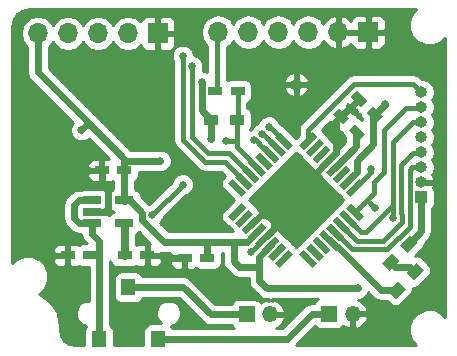
<source format=gtl>
G04 #@! TF.FileFunction,Copper,L1,Top,Signal*
%FSLAX46Y46*%
G04 Gerber Fmt 4.6, Leading zero omitted, Abs format (unit mm)*
G04 Created by KiCad (PCBNEW 4.0.4-stable) date Thursday, September 28, 2017 'AMt' 07:09:09 AM*
%MOMM*%
%LPD*%
G01*
G04 APERTURE LIST*
%ADD10C,0.100000*%
%ADD11R,1.000000X1.000000*%
%ADD12O,1.000000X1.000000*%
%ADD13R,1.700000X1.700000*%
%ADD14O,1.700000X1.700000*%
%ADD15R,1.200000X0.750000*%
%ADD16R,1.200000X0.900000*%
%ADD17R,1.200000X1.400000*%
%ADD18R,1.560000X0.650000*%
%ADD19R,1.350000X1.350000*%
%ADD20O,1.350000X1.350000*%
%ADD21C,0.650000*%
%ADD22C,0.600000*%
%ADD23C,0.400000*%
%ADD24C,0.406400*%
%ADD25C,0.635000*%
%ADD26C,0.250000*%
G04 APERTURE END LIST*
D10*
D11*
X175300000Y-112290000D03*
D12*
X175300000Y-111020000D03*
X175300000Y-109750000D03*
X175300000Y-108480000D03*
X175300000Y-107210000D03*
X175300000Y-105940000D03*
X175300000Y-104670000D03*
X175300000Y-103400000D03*
X164700000Y-102745000D03*
D13*
X153000000Y-98400000D03*
D14*
X150460000Y-98400000D03*
X147920000Y-98400000D03*
X145380000Y-98400000D03*
X142840000Y-98400000D03*
D13*
X170800000Y-98300000D03*
D14*
X168260000Y-98300000D03*
X165720000Y-98300000D03*
X163180000Y-98300000D03*
X160640000Y-98300000D03*
X158100000Y-98300000D03*
D10*
G36*
X159343666Y-114285445D02*
X158954757Y-113896536D01*
X160086128Y-112765165D01*
X160475037Y-113154074D01*
X159343666Y-114285445D01*
X159343666Y-114285445D01*
G37*
G36*
X159909352Y-114851130D02*
X159520443Y-114462221D01*
X160651814Y-113330850D01*
X161040723Y-113719759D01*
X159909352Y-114851130D01*
X159909352Y-114851130D01*
G37*
G36*
X160475037Y-115416816D02*
X160086128Y-115027907D01*
X161217499Y-113896536D01*
X161606408Y-114285445D01*
X160475037Y-115416816D01*
X160475037Y-115416816D01*
G37*
G36*
X161040722Y-115982501D02*
X160651813Y-115593592D01*
X161783184Y-114462221D01*
X162172093Y-114851130D01*
X161040722Y-115982501D01*
X161040722Y-115982501D01*
G37*
G36*
X161606408Y-116548187D02*
X161217499Y-116159278D01*
X162348870Y-115027907D01*
X162737779Y-115416816D01*
X161606408Y-116548187D01*
X161606408Y-116548187D01*
G37*
G36*
X162172093Y-117113872D02*
X161783184Y-116724963D01*
X162914555Y-115593592D01*
X163303464Y-115982501D01*
X162172093Y-117113872D01*
X162172093Y-117113872D01*
G37*
G36*
X162737779Y-117679557D02*
X162348870Y-117290648D01*
X163480241Y-116159277D01*
X163869150Y-116548186D01*
X162737779Y-117679557D01*
X162737779Y-117679557D01*
G37*
G36*
X163303464Y-118245243D02*
X162914555Y-117856334D01*
X164045926Y-116724963D01*
X164434835Y-117113872D01*
X163303464Y-118245243D01*
X163303464Y-118245243D01*
G37*
G36*
X166485445Y-117856334D02*
X166096536Y-118245243D01*
X164965165Y-117113872D01*
X165354074Y-116724963D01*
X166485445Y-117856334D01*
X166485445Y-117856334D01*
G37*
G36*
X167051130Y-117290648D02*
X166662221Y-117679557D01*
X165530850Y-116548186D01*
X165919759Y-116159277D01*
X167051130Y-117290648D01*
X167051130Y-117290648D01*
G37*
G36*
X167616816Y-116724963D02*
X167227907Y-117113872D01*
X166096536Y-115982501D01*
X166485445Y-115593592D01*
X167616816Y-116724963D01*
X167616816Y-116724963D01*
G37*
G36*
X168182501Y-116159278D02*
X167793592Y-116548187D01*
X166662221Y-115416816D01*
X167051130Y-115027907D01*
X168182501Y-116159278D01*
X168182501Y-116159278D01*
G37*
G36*
X168748187Y-115593592D02*
X168359278Y-115982501D01*
X167227907Y-114851130D01*
X167616816Y-114462221D01*
X168748187Y-115593592D01*
X168748187Y-115593592D01*
G37*
G36*
X169313872Y-115027907D02*
X168924963Y-115416816D01*
X167793592Y-114285445D01*
X168182501Y-113896536D01*
X169313872Y-115027907D01*
X169313872Y-115027907D01*
G37*
G36*
X169879557Y-114462221D02*
X169490648Y-114851130D01*
X168359277Y-113719759D01*
X168748186Y-113330850D01*
X169879557Y-114462221D01*
X169879557Y-114462221D01*
G37*
G36*
X170445243Y-113896536D02*
X170056334Y-114285445D01*
X168924963Y-113154074D01*
X169313872Y-112765165D01*
X170445243Y-113896536D01*
X170445243Y-113896536D01*
G37*
G36*
X169313872Y-112234835D02*
X168924963Y-111845926D01*
X170056334Y-110714555D01*
X170445243Y-111103464D01*
X169313872Y-112234835D01*
X169313872Y-112234835D01*
G37*
G36*
X168748186Y-111669150D02*
X168359277Y-111280241D01*
X169490648Y-110148870D01*
X169879557Y-110537779D01*
X168748186Y-111669150D01*
X168748186Y-111669150D01*
G37*
G36*
X168182501Y-111103464D02*
X167793592Y-110714555D01*
X168924963Y-109583184D01*
X169313872Y-109972093D01*
X168182501Y-111103464D01*
X168182501Y-111103464D01*
G37*
G36*
X167616816Y-110537779D02*
X167227907Y-110148870D01*
X168359278Y-109017499D01*
X168748187Y-109406408D01*
X167616816Y-110537779D01*
X167616816Y-110537779D01*
G37*
G36*
X167051130Y-109972093D02*
X166662221Y-109583184D01*
X167793592Y-108451813D01*
X168182501Y-108840722D01*
X167051130Y-109972093D01*
X167051130Y-109972093D01*
G37*
G36*
X166485445Y-109406408D02*
X166096536Y-109017499D01*
X167227907Y-107886128D01*
X167616816Y-108275037D01*
X166485445Y-109406408D01*
X166485445Y-109406408D01*
G37*
G36*
X165919759Y-108840723D02*
X165530850Y-108451814D01*
X166662221Y-107320443D01*
X167051130Y-107709352D01*
X165919759Y-108840723D01*
X165919759Y-108840723D01*
G37*
G36*
X165354074Y-108275037D02*
X164965165Y-107886128D01*
X166096536Y-106754757D01*
X166485445Y-107143666D01*
X165354074Y-108275037D01*
X165354074Y-108275037D01*
G37*
G36*
X164434835Y-107886128D02*
X164045926Y-108275037D01*
X162914555Y-107143666D01*
X163303464Y-106754757D01*
X164434835Y-107886128D01*
X164434835Y-107886128D01*
G37*
G36*
X163869150Y-108451814D02*
X163480241Y-108840723D01*
X162348870Y-107709352D01*
X162737779Y-107320443D01*
X163869150Y-108451814D01*
X163869150Y-108451814D01*
G37*
G36*
X163303464Y-109017499D02*
X162914555Y-109406408D01*
X161783184Y-108275037D01*
X162172093Y-107886128D01*
X163303464Y-109017499D01*
X163303464Y-109017499D01*
G37*
G36*
X162737779Y-109583184D02*
X162348870Y-109972093D01*
X161217499Y-108840722D01*
X161606408Y-108451813D01*
X162737779Y-109583184D01*
X162737779Y-109583184D01*
G37*
G36*
X162172093Y-110148870D02*
X161783184Y-110537779D01*
X160651813Y-109406408D01*
X161040722Y-109017499D01*
X162172093Y-110148870D01*
X162172093Y-110148870D01*
G37*
G36*
X161606408Y-110714555D02*
X161217499Y-111103464D01*
X160086128Y-109972093D01*
X160475037Y-109583184D01*
X161606408Y-110714555D01*
X161606408Y-110714555D01*
G37*
G36*
X161040723Y-111280241D02*
X160651814Y-111669150D01*
X159520443Y-110537779D01*
X159909352Y-110148870D01*
X161040723Y-111280241D01*
X161040723Y-111280241D01*
G37*
G36*
X160475037Y-111845926D02*
X160086128Y-112234835D01*
X158954757Y-111103464D01*
X159343666Y-110714555D01*
X160475037Y-111845926D01*
X160475037Y-111845926D01*
G37*
G36*
X170561180Y-106930850D02*
X170030850Y-107461180D01*
X169182322Y-106612652D01*
X169712652Y-106082322D01*
X170561180Y-106930850D01*
X170561180Y-106930850D01*
G37*
G36*
X169217678Y-105587348D02*
X168687348Y-106117678D01*
X167838820Y-105269150D01*
X168369150Y-104738820D01*
X169217678Y-105587348D01*
X169217678Y-105587348D01*
G37*
D15*
X157150000Y-117400000D03*
X155250000Y-117400000D03*
X159750000Y-103300000D03*
X157850000Y-103300000D03*
D10*
G36*
X172061180Y-105430850D02*
X171530850Y-105961180D01*
X170682322Y-105112652D01*
X171212652Y-104582322D01*
X172061180Y-105430850D01*
X172061180Y-105430850D01*
G37*
G36*
X170717678Y-104087348D02*
X170187348Y-104617678D01*
X169338820Y-103769150D01*
X169869150Y-103238820D01*
X170717678Y-104087348D01*
X170717678Y-104087348D01*
G37*
D15*
X147250000Y-117200000D03*
X145350000Y-117200000D03*
X150200000Y-117200000D03*
X152100000Y-117200000D03*
X150150000Y-110000000D03*
X148250000Y-110000000D03*
D10*
G36*
X174333883Y-115479721D02*
X174970279Y-116116117D01*
X174121751Y-116964645D01*
X173485355Y-116328249D01*
X174333883Y-115479721D01*
X174333883Y-115479721D01*
G37*
G36*
X172778249Y-117035355D02*
X173414645Y-117671751D01*
X172566117Y-118520279D01*
X171929721Y-117883883D01*
X172778249Y-117035355D01*
X172778249Y-117035355D01*
G37*
D16*
X157500000Y-105700000D03*
X159700000Y-105700000D03*
D17*
X148000000Y-124300000D03*
X153000000Y-124300000D03*
X150500000Y-119900000D03*
D18*
X147450000Y-112550000D03*
X147450000Y-113500000D03*
X147450000Y-114450000D03*
X150150000Y-114450000D03*
X150150000Y-112550000D03*
D10*
G36*
X173116117Y-120870279D02*
X172479721Y-120233883D01*
X173328249Y-119385355D01*
X173964645Y-120021751D01*
X173116117Y-120870279D01*
X173116117Y-120870279D01*
G37*
G36*
X174671751Y-119314645D02*
X174035355Y-118678249D01*
X174883883Y-117829721D01*
X175520279Y-118466117D01*
X174671751Y-119314645D01*
X174671751Y-119314645D01*
G37*
D19*
X160500000Y-122200000D03*
D20*
X162500000Y-122200000D03*
D19*
X167500000Y-122150000D03*
D20*
X169500000Y-122150000D03*
D21*
X154100000Y-117400000D03*
X160881500Y-116889384D03*
X169700000Y-105100000D03*
X167600000Y-106300000D03*
X147100000Y-110000000D03*
X155100000Y-111200000D03*
X158800000Y-107500000D03*
X152487347Y-113812653D03*
X153200000Y-109200000D03*
X157500000Y-107325000D03*
X146500000Y-106600000D03*
X156725000Y-102525000D03*
X172200000Y-104400000D03*
X169900000Y-120000000D03*
X161145875Y-107445088D03*
X161798958Y-106901042D03*
X162400000Y-106300000D03*
X171000000Y-109900000D03*
X172887347Y-114050000D03*
X171400000Y-113200000D03*
X155100000Y-100300000D03*
X155900000Y-101200000D03*
D22*
X164034314Y-112600000D02*
X162850000Y-113784314D01*
X162850000Y-113784314D02*
X162850000Y-114915686D01*
X162850000Y-114915686D02*
X162211962Y-115553724D01*
X162211962Y-115553724D02*
X162211961Y-115553724D01*
X164034314Y-112600000D02*
X162834314Y-113800000D01*
X162834314Y-113800000D02*
X161702930Y-113800000D01*
X161702930Y-113800000D02*
X161080577Y-114422353D01*
X161080577Y-114422353D02*
X160846261Y-114656669D01*
X167422361Y-109211953D02*
X164034314Y-112600000D01*
D23*
X167422361Y-109211953D02*
X167388047Y-109211953D01*
D22*
X155250000Y-117400000D02*
X154100000Y-117400000D01*
X147450000Y-113500000D02*
X148505002Y-113500000D01*
X148505002Y-113500000D02*
X148800000Y-113205002D01*
X148800000Y-113205002D02*
X148800000Y-111525000D01*
X148800000Y-111525000D02*
X148250000Y-110975000D01*
X148250000Y-110975000D02*
X148250000Y-110000000D01*
D23*
X161977639Y-115788047D02*
X161977639Y-115793245D01*
X161977639Y-115793245D02*
X160881500Y-116889384D01*
D22*
X169256498Y-104700000D02*
X170028249Y-103928249D01*
X169256498Y-104700000D02*
X169300000Y-104700000D01*
X168528249Y-105428249D02*
X169256498Y-104700000D01*
X169300000Y-104700000D02*
X169700000Y-105100000D01*
X168100000Y-105856498D02*
X168043502Y-105856498D01*
X168043502Y-105856498D02*
X167600000Y-106300000D01*
X167422361Y-109211953D02*
X168100000Y-108534314D01*
X168116826Y-108067924D02*
X168100000Y-108051098D01*
X168100000Y-108534314D02*
X168100000Y-108498974D01*
X168100000Y-108498974D02*
X168116826Y-108482148D01*
X168116826Y-108482148D02*
X168116826Y-108067924D01*
X168100000Y-108051098D02*
X168100000Y-105856498D01*
X168100000Y-105856498D02*
X168528249Y-105428249D01*
D23*
X148250000Y-110000000D02*
X147100000Y-110000000D01*
X155100000Y-111200000D02*
X152487347Y-113812653D01*
X159700000Y-105700000D02*
X159700000Y-107500000D01*
X159700000Y-107500000D02*
X159700000Y-108065686D01*
X158800000Y-107500000D02*
X159700000Y-107500000D01*
X159700000Y-108065686D02*
X160100000Y-108465686D01*
X160100000Y-108465686D02*
X161411953Y-109777639D01*
X159750000Y-103300000D02*
X159750000Y-105650000D01*
X159750000Y-105650000D02*
X159700000Y-105700000D01*
D24*
X158120000Y-98430000D02*
X158115000Y-98425000D01*
X158000000Y-102997000D02*
X158000000Y-98430000D01*
D22*
X175300000Y-112290000D02*
X175300000Y-115150000D01*
X175300000Y-115150000D02*
X174227817Y-116222183D01*
X157300000Y-116100000D02*
X153553692Y-116100000D01*
X159400000Y-116100000D02*
X157300000Y-116100000D01*
X157300000Y-116100000D02*
X157150000Y-116250000D01*
X157150000Y-116250000D02*
X157150000Y-117400000D01*
X153553692Y-116100000D02*
X151662346Y-114208654D01*
X151662346Y-114208654D02*
X151662346Y-113607346D01*
X151662346Y-113607346D02*
X150605000Y-112550000D01*
X150605000Y-112550000D02*
X150150000Y-112550000D01*
X150150000Y-110000000D02*
X150150000Y-109300000D01*
X150150000Y-109300000D02*
X150150000Y-109025000D01*
X153200000Y-109200000D02*
X150250000Y-109200000D01*
X150250000Y-109200000D02*
X150150000Y-109300000D01*
X157500000Y-105700000D02*
X157500000Y-107325000D01*
X150150000Y-109025000D02*
X147125000Y-106000000D01*
X147125000Y-106000000D02*
X142840000Y-101715000D01*
X146824999Y-106275001D02*
X146849999Y-106275001D01*
X146500000Y-106600000D02*
X146824999Y-106275001D01*
X146849999Y-106275001D02*
X147125000Y-106000000D01*
X156725000Y-102525000D02*
X156725000Y-104925000D01*
X156725000Y-104925000D02*
X157500000Y-105700000D01*
X161597056Y-118200000D02*
X159900000Y-118200000D01*
X159900000Y-118200000D02*
X159400000Y-117700000D01*
X159400000Y-117700000D02*
X159400000Y-116100000D01*
X161597056Y-118200000D02*
X161597056Y-119397056D01*
X161597056Y-117300000D02*
X161597056Y-118200000D01*
X160534314Y-116100000D02*
X159400000Y-116100000D01*
X161411953Y-115222361D02*
X160534314Y-116100000D01*
X162543324Y-116353732D02*
X161597056Y-117300000D01*
X161597056Y-119397056D02*
X162200000Y-120000000D01*
X162200000Y-120000000D02*
X169900000Y-120000000D01*
X172200000Y-104400000D02*
X172200000Y-104443502D01*
X172200000Y-104443502D02*
X171371751Y-105271751D01*
X169119417Y-110909010D02*
X169119417Y-110873669D01*
X169119417Y-110873669D02*
X169813882Y-110179204D01*
X169813882Y-110179204D02*
X169813882Y-109186118D01*
X169813882Y-109186118D02*
X171200000Y-107800000D01*
X171200000Y-107800000D02*
X171200000Y-105443502D01*
X171200000Y-105443502D02*
X171371751Y-105271751D01*
X142840000Y-101715000D02*
X142840000Y-99602081D01*
X142840000Y-99602081D02*
X142840000Y-98400000D01*
X150150000Y-112550000D02*
X150150000Y-110000000D01*
D25*
X150175000Y-112569000D02*
X150194000Y-112588000D01*
X150175000Y-117221000D02*
X150175000Y-114507000D01*
X150175000Y-114507000D02*
X150194000Y-114488000D01*
D22*
X148050001Y-122556001D02*
X148050001Y-117250000D01*
X148050001Y-117250000D02*
X148050001Y-115975001D01*
X147250000Y-117200000D02*
X148000001Y-117200000D01*
X148000001Y-117200000D02*
X148050001Y-117250000D01*
X148000000Y-124300000D02*
X148000000Y-122606002D01*
X148000000Y-122606002D02*
X148050001Y-122556001D01*
X148050001Y-115975001D02*
X147450000Y-115375000D01*
X147450000Y-115375000D02*
X147450000Y-114450000D01*
X147450000Y-112550000D02*
X146300000Y-112550000D01*
X146300000Y-112550000D02*
X145900000Y-112950000D01*
X145900000Y-112950000D02*
X145900000Y-114050000D01*
X145900000Y-114050000D02*
X146300000Y-114450000D01*
X146300000Y-114450000D02*
X147450000Y-114450000D01*
D23*
X161145875Y-107445088D02*
X161270002Y-107445088D01*
X161270002Y-107445088D02*
X161834787Y-108009873D01*
X161834787Y-108009873D02*
X161906929Y-108009873D01*
X161906929Y-108009873D02*
X162543324Y-108646268D01*
X161798958Y-106901042D02*
X161929469Y-106901042D01*
X161929469Y-106901042D02*
X163109010Y-108080583D01*
X162400000Y-106300000D02*
X162459798Y-106300000D01*
X162459798Y-106300000D02*
X163674695Y-107514897D01*
X167988047Y-115222361D02*
X169465686Y-116700000D01*
X169465686Y-116700000D02*
X172400000Y-116700000D01*
X174300010Y-109999990D02*
X174550000Y-109750000D01*
X172400000Y-116700000D02*
X174300010Y-114799990D01*
X174300010Y-114799990D02*
X174300010Y-109999990D01*
X174550000Y-109750000D02*
X175300000Y-109750000D01*
X175300000Y-108480000D02*
X175280000Y-108500000D01*
X175280000Y-108500000D02*
X174600000Y-108500000D01*
X174600000Y-108500000D02*
X173550000Y-109550000D01*
X172050000Y-116000000D02*
X169894056Y-116000000D01*
X173550000Y-109550000D02*
X173550000Y-113639651D01*
X173700000Y-113789651D02*
X173700000Y-114350000D01*
X173700000Y-114350000D02*
X172050000Y-116000000D01*
X173550000Y-113639651D02*
X173700000Y-113789651D01*
D24*
X169894056Y-116000000D02*
X169209127Y-115315071D01*
X169209127Y-115315071D02*
X168572732Y-114678676D01*
D23*
X169685103Y-111474695D02*
X171000000Y-110159798D01*
X171000000Y-110159798D02*
X171000000Y-109900000D01*
D24*
X169704103Y-111496695D02*
X169704103Y-111480459D01*
D23*
X172900000Y-113100000D02*
X172750000Y-113100000D01*
X172750000Y-113100000D02*
X170650000Y-115200000D01*
X170650000Y-115200000D02*
X170228427Y-115200000D01*
X170228427Y-115200000D02*
X169119417Y-114090990D01*
X172887347Y-114050000D02*
X172887347Y-113590381D01*
X172887347Y-113590381D02*
X172900000Y-113577728D01*
X172900000Y-113577728D02*
X172900000Y-113100000D01*
X175300000Y-105940000D02*
X174592894Y-105940000D01*
X174592894Y-105940000D02*
X172900000Y-107632894D01*
X172900000Y-107632894D02*
X172900000Y-113100000D01*
X175270000Y-104700000D02*
X174000000Y-104700000D01*
X172100000Y-110150000D02*
X171300000Y-110950000D01*
X174000000Y-104700000D02*
X172100000Y-106600000D01*
X172100000Y-106600000D02*
X172100000Y-110150000D01*
X171300000Y-110950000D02*
X171300000Y-111330526D01*
X169685103Y-113525305D02*
X170710408Y-112500000D01*
X170710408Y-112500000D02*
X171259000Y-111951408D01*
X171400000Y-113200000D02*
X171075001Y-112875001D01*
X171075001Y-112875001D02*
X171075001Y-112864593D01*
X171075001Y-112864593D02*
X170710408Y-112500000D01*
X171259000Y-111951408D02*
X171300000Y-111951408D01*
D24*
X171300000Y-111330526D02*
X171300000Y-111951408D01*
D23*
X175300000Y-103400000D02*
X174600000Y-102700000D01*
X174600000Y-102700000D02*
X169600000Y-102700000D01*
X165725305Y-107025988D02*
X165725305Y-107514897D01*
X169600000Y-102700000D02*
X165725305Y-106574695D01*
X165725305Y-106574695D02*
X165725305Y-107025988D01*
X155100000Y-100300000D02*
X155100000Y-107400000D01*
X155100000Y-107400000D02*
X157000000Y-109300000D01*
X157000000Y-109300000D02*
X158671573Y-109300000D01*
X158671573Y-109300000D02*
X160280583Y-110909010D01*
X155900000Y-101200000D02*
X155900000Y-107200000D01*
X155900000Y-107200000D02*
X157200000Y-108500000D01*
X157200000Y-108500000D02*
X159002944Y-108500000D01*
X159002944Y-108500000D02*
X160209873Y-109706929D01*
X160209873Y-109706929D02*
X160846268Y-110343324D01*
D22*
X150500000Y-119900000D02*
X155150000Y-119900000D01*
X155150000Y-119900000D02*
X157450000Y-122200000D01*
X157450000Y-122200000D02*
X160500000Y-122200000D01*
X173222183Y-120127817D02*
X171903541Y-120127817D01*
X171903541Y-120127817D02*
X168258235Y-116482511D01*
X168258235Y-116482511D02*
X168116825Y-116482511D01*
X168116825Y-116482511D02*
X168058756Y-116424442D01*
X168058756Y-116424442D02*
X167422361Y-115788047D01*
X167988047Y-109777639D02*
X169800000Y-107965686D01*
X169800000Y-107965686D02*
X169800000Y-106700000D01*
X174777817Y-118572183D02*
X174372359Y-118166725D01*
X174372359Y-118166725D02*
X173061091Y-118166725D01*
X173061091Y-118166725D02*
X172672183Y-117777817D01*
X153000000Y-124300000D02*
X163900000Y-124300000D01*
X163900000Y-124300000D02*
X166050000Y-122150000D01*
X166050000Y-122150000D02*
X167500000Y-122150000D01*
D26*
G36*
X152363397Y-116217853D02*
X152225000Y-116356250D01*
X152225000Y-117075000D01*
X153168750Y-117075000D01*
X153274320Y-116969430D01*
X153553692Y-117025000D01*
X154025000Y-117025000D01*
X154025000Y-117118750D01*
X154181250Y-117275000D01*
X155125000Y-117275000D01*
X155125000Y-117255000D01*
X155375000Y-117255000D01*
X155375000Y-117275000D01*
X155395000Y-117275000D01*
X155395000Y-117525000D01*
X155375000Y-117525000D01*
X155375000Y-118243750D01*
X155531250Y-118400000D01*
X155974320Y-118400000D01*
X156204034Y-118304850D01*
X156209857Y-118299027D01*
X156302076Y-118362038D01*
X156550000Y-118412244D01*
X157750000Y-118412244D01*
X157981611Y-118368663D01*
X158194332Y-118231781D01*
X158337038Y-118022924D01*
X158387244Y-117775000D01*
X158387244Y-117025000D01*
X158475000Y-117025000D01*
X158475000Y-117700000D01*
X158545411Y-118053983D01*
X158745926Y-118354074D01*
X159245926Y-118854074D01*
X159546018Y-119054589D01*
X159900000Y-119125000D01*
X160672056Y-119125000D01*
X160672056Y-119397056D01*
X160742467Y-119751039D01*
X160942982Y-120051130D01*
X161545924Y-120654071D01*
X161545926Y-120654074D01*
X161801735Y-120825000D01*
X161846018Y-120854589D01*
X162200000Y-120925001D01*
X162200005Y-120925000D01*
X162374998Y-120925000D01*
X162374998Y-121063100D01*
X162174117Y-120941509D01*
X161840540Y-121079670D01*
X161707500Y-121198339D01*
X161631781Y-121080668D01*
X161422924Y-120937962D01*
X161175000Y-120887756D01*
X159825000Y-120887756D01*
X159593389Y-120931337D01*
X159380668Y-121068219D01*
X159239380Y-121275000D01*
X157833148Y-121275000D01*
X155804074Y-119245926D01*
X155503983Y-119045411D01*
X155150000Y-118975000D01*
X151694907Y-118975000D01*
X151693663Y-118968389D01*
X151556781Y-118755668D01*
X151347924Y-118612962D01*
X151100000Y-118562756D01*
X149900000Y-118562756D01*
X149668389Y-118606337D01*
X149455668Y-118743219D01*
X149312962Y-118952076D01*
X149262756Y-119200000D01*
X149262756Y-120600000D01*
X149306337Y-120831611D01*
X149443219Y-121044332D01*
X149652076Y-121187038D01*
X149900000Y-121237244D01*
X151100000Y-121237244D01*
X151331611Y-121193663D01*
X151544332Y-121056781D01*
X151687038Y-120847924D01*
X151691680Y-120825000D01*
X154766852Y-120825000D01*
X156795926Y-122854074D01*
X157096017Y-123054589D01*
X157450000Y-123125000D01*
X159243170Y-123125000D01*
X159368219Y-123319332D01*
X159449692Y-123375000D01*
X154194907Y-123375000D01*
X154193663Y-123368389D01*
X154069316Y-123175148D01*
X154112893Y-123175186D01*
X154508143Y-123011872D01*
X154810809Y-122709733D01*
X154974813Y-122314769D01*
X154975186Y-121887107D01*
X154811872Y-121491857D01*
X154509733Y-121189191D01*
X154114769Y-121025187D01*
X153687107Y-121024814D01*
X153291857Y-121188128D01*
X152989191Y-121490267D01*
X152825187Y-121885231D01*
X152824814Y-122312893D01*
X152988128Y-122708143D01*
X153242298Y-122962756D01*
X152400000Y-122962756D01*
X152168389Y-123006337D01*
X151955668Y-123143219D01*
X151812962Y-123352076D01*
X151762756Y-123600000D01*
X151762756Y-124825000D01*
X149237244Y-124825000D01*
X149237244Y-123600000D01*
X149193663Y-123368389D01*
X149056781Y-123155668D01*
X148925000Y-123065626D01*
X148925000Y-122807375D01*
X148975001Y-122556001D01*
X148975001Y-117640076D01*
X149006337Y-117806611D01*
X149143219Y-118019332D01*
X149352076Y-118162038D01*
X149600000Y-118212244D01*
X150800000Y-118212244D01*
X151031611Y-118168663D01*
X151140020Y-118098904D01*
X151145966Y-118104850D01*
X151375680Y-118200000D01*
X151818750Y-118200000D01*
X151975000Y-118043750D01*
X151975000Y-117325000D01*
X152225000Y-117325000D01*
X152225000Y-118043750D01*
X152381250Y-118200000D01*
X152824320Y-118200000D01*
X153054034Y-118104850D01*
X153229849Y-117929034D01*
X153325000Y-117699320D01*
X153325000Y-117681250D01*
X154025000Y-117681250D01*
X154025000Y-117899320D01*
X154120151Y-118129034D01*
X154295966Y-118304850D01*
X154525680Y-118400000D01*
X154968750Y-118400000D01*
X155125000Y-118243750D01*
X155125000Y-117525000D01*
X154181250Y-117525000D01*
X154025000Y-117681250D01*
X153325000Y-117681250D01*
X153325000Y-117481250D01*
X153168750Y-117325000D01*
X152225000Y-117325000D01*
X151975000Y-117325000D01*
X151955000Y-117325000D01*
X151955000Y-117075000D01*
X151975000Y-117075000D01*
X151975000Y-116356250D01*
X151818750Y-116200000D01*
X151375680Y-116200000D01*
X151145966Y-116295150D01*
X151140143Y-116300973D01*
X151117500Y-116285501D01*
X151117500Y-115376963D01*
X151161611Y-115368663D01*
X151374332Y-115231781D01*
X151375547Y-115230003D01*
X152363397Y-116217853D01*
X152363397Y-116217853D01*
G37*
X152363397Y-116217853D02*
X152225000Y-116356250D01*
X152225000Y-117075000D01*
X153168750Y-117075000D01*
X153274320Y-116969430D01*
X153553692Y-117025000D01*
X154025000Y-117025000D01*
X154025000Y-117118750D01*
X154181250Y-117275000D01*
X155125000Y-117275000D01*
X155125000Y-117255000D01*
X155375000Y-117255000D01*
X155375000Y-117275000D01*
X155395000Y-117275000D01*
X155395000Y-117525000D01*
X155375000Y-117525000D01*
X155375000Y-118243750D01*
X155531250Y-118400000D01*
X155974320Y-118400000D01*
X156204034Y-118304850D01*
X156209857Y-118299027D01*
X156302076Y-118362038D01*
X156550000Y-118412244D01*
X157750000Y-118412244D01*
X157981611Y-118368663D01*
X158194332Y-118231781D01*
X158337038Y-118022924D01*
X158387244Y-117775000D01*
X158387244Y-117025000D01*
X158475000Y-117025000D01*
X158475000Y-117700000D01*
X158545411Y-118053983D01*
X158745926Y-118354074D01*
X159245926Y-118854074D01*
X159546018Y-119054589D01*
X159900000Y-119125000D01*
X160672056Y-119125000D01*
X160672056Y-119397056D01*
X160742467Y-119751039D01*
X160942982Y-120051130D01*
X161545924Y-120654071D01*
X161545926Y-120654074D01*
X161801735Y-120825000D01*
X161846018Y-120854589D01*
X162200000Y-120925001D01*
X162200005Y-120925000D01*
X162374998Y-120925000D01*
X162374998Y-121063100D01*
X162174117Y-120941509D01*
X161840540Y-121079670D01*
X161707500Y-121198339D01*
X161631781Y-121080668D01*
X161422924Y-120937962D01*
X161175000Y-120887756D01*
X159825000Y-120887756D01*
X159593389Y-120931337D01*
X159380668Y-121068219D01*
X159239380Y-121275000D01*
X157833148Y-121275000D01*
X155804074Y-119245926D01*
X155503983Y-119045411D01*
X155150000Y-118975000D01*
X151694907Y-118975000D01*
X151693663Y-118968389D01*
X151556781Y-118755668D01*
X151347924Y-118612962D01*
X151100000Y-118562756D01*
X149900000Y-118562756D01*
X149668389Y-118606337D01*
X149455668Y-118743219D01*
X149312962Y-118952076D01*
X149262756Y-119200000D01*
X149262756Y-120600000D01*
X149306337Y-120831611D01*
X149443219Y-121044332D01*
X149652076Y-121187038D01*
X149900000Y-121237244D01*
X151100000Y-121237244D01*
X151331611Y-121193663D01*
X151544332Y-121056781D01*
X151687038Y-120847924D01*
X151691680Y-120825000D01*
X154766852Y-120825000D01*
X156795926Y-122854074D01*
X157096017Y-123054589D01*
X157450000Y-123125000D01*
X159243170Y-123125000D01*
X159368219Y-123319332D01*
X159449692Y-123375000D01*
X154194907Y-123375000D01*
X154193663Y-123368389D01*
X154069316Y-123175148D01*
X154112893Y-123175186D01*
X154508143Y-123011872D01*
X154810809Y-122709733D01*
X154974813Y-122314769D01*
X154975186Y-121887107D01*
X154811872Y-121491857D01*
X154509733Y-121189191D01*
X154114769Y-121025187D01*
X153687107Y-121024814D01*
X153291857Y-121188128D01*
X152989191Y-121490267D01*
X152825187Y-121885231D01*
X152824814Y-122312893D01*
X152988128Y-122708143D01*
X153242298Y-122962756D01*
X152400000Y-122962756D01*
X152168389Y-123006337D01*
X151955668Y-123143219D01*
X151812962Y-123352076D01*
X151762756Y-123600000D01*
X151762756Y-124825000D01*
X149237244Y-124825000D01*
X149237244Y-123600000D01*
X149193663Y-123368389D01*
X149056781Y-123155668D01*
X148925000Y-123065626D01*
X148925000Y-122807375D01*
X148975001Y-122556001D01*
X148975001Y-117640076D01*
X149006337Y-117806611D01*
X149143219Y-118019332D01*
X149352076Y-118162038D01*
X149600000Y-118212244D01*
X150800000Y-118212244D01*
X151031611Y-118168663D01*
X151140020Y-118098904D01*
X151145966Y-118104850D01*
X151375680Y-118200000D01*
X151818750Y-118200000D01*
X151975000Y-118043750D01*
X151975000Y-117325000D01*
X152225000Y-117325000D01*
X152225000Y-118043750D01*
X152381250Y-118200000D01*
X152824320Y-118200000D01*
X153054034Y-118104850D01*
X153229849Y-117929034D01*
X153325000Y-117699320D01*
X153325000Y-117681250D01*
X154025000Y-117681250D01*
X154025000Y-117899320D01*
X154120151Y-118129034D01*
X154295966Y-118304850D01*
X154525680Y-118400000D01*
X154968750Y-118400000D01*
X155125000Y-118243750D01*
X155125000Y-117525000D01*
X154181250Y-117525000D01*
X154025000Y-117681250D01*
X153325000Y-117681250D01*
X153325000Y-117481250D01*
X153168750Y-117325000D01*
X152225000Y-117325000D01*
X151975000Y-117325000D01*
X151955000Y-117325000D01*
X151955000Y-117075000D01*
X151975000Y-117075000D01*
X151975000Y-116356250D01*
X151818750Y-116200000D01*
X151375680Y-116200000D01*
X151145966Y-116295150D01*
X151140143Y-116300973D01*
X151117500Y-116285501D01*
X151117500Y-115376963D01*
X151161611Y-115368663D01*
X151374332Y-115231781D01*
X151375547Y-115230003D01*
X152363397Y-116217853D01*
G36*
X174538469Y-96721590D02*
X174275300Y-97355371D01*
X174274701Y-98041618D01*
X174536763Y-98675858D01*
X175021590Y-99161531D01*
X175655371Y-99424700D01*
X176341618Y-99425299D01*
X176975858Y-99163237D01*
X177325000Y-98814703D01*
X177325000Y-122385664D01*
X176978410Y-122038469D01*
X176344629Y-121775300D01*
X175658382Y-121774701D01*
X175024142Y-122036763D01*
X174538469Y-122521590D01*
X174275300Y-123155371D01*
X174274701Y-123841618D01*
X174536763Y-124475858D01*
X174885297Y-124825000D01*
X164683148Y-124825000D01*
X166317553Y-123190595D01*
X166368219Y-123269332D01*
X166577076Y-123412038D01*
X166825000Y-123462244D01*
X168175000Y-123462244D01*
X168406611Y-123418663D01*
X168619332Y-123281781D01*
X168707959Y-123152071D01*
X168840540Y-123270330D01*
X169174117Y-123408491D01*
X169375000Y-123286899D01*
X169375000Y-122275000D01*
X169625000Y-122275000D01*
X169625000Y-123286899D01*
X169825883Y-123408491D01*
X170159460Y-123270330D01*
X170537993Y-122932686D01*
X170758502Y-122475885D01*
X170637737Y-122275000D01*
X169625000Y-122275000D01*
X169375000Y-122275000D01*
X169355000Y-122275000D01*
X169355000Y-122025000D01*
X169375000Y-122025000D01*
X169375000Y-122005000D01*
X169625000Y-122005000D01*
X169625000Y-122025000D01*
X170637737Y-122025000D01*
X170758502Y-121824115D01*
X170537993Y-121367314D01*
X170159460Y-121029670D01*
X169967248Y-120950059D01*
X170088138Y-120950165D01*
X170437429Y-120805841D01*
X170704902Y-120538835D01*
X170793366Y-120325790D01*
X171249467Y-120781891D01*
X171549558Y-120982406D01*
X171903541Y-121052817D01*
X172397455Y-121052817D01*
X172665517Y-121320879D01*
X172860107Y-121453836D01*
X173107314Y-121507462D01*
X173355907Y-121460686D01*
X173566717Y-121320879D01*
X174415245Y-120472351D01*
X174548202Y-120277761D01*
X174601828Y-120030554D01*
X174583783Y-119934655D01*
X174662948Y-119951828D01*
X174911541Y-119905052D01*
X175122351Y-119765245D01*
X175970879Y-118916717D01*
X176103836Y-118722127D01*
X176157462Y-118474920D01*
X176110686Y-118226327D01*
X175970879Y-118015517D01*
X175334483Y-117379121D01*
X175139893Y-117246164D01*
X174892686Y-117192538D01*
X174772430Y-117215166D01*
X175420879Y-116566717D01*
X175553836Y-116372127D01*
X175600324Y-116157824D01*
X175954074Y-115804074D01*
X176154589Y-115503982D01*
X176225001Y-115150000D01*
X176225000Y-115149995D01*
X176225000Y-113259221D01*
X176244332Y-113246781D01*
X176387038Y-113037924D01*
X176437244Y-112790000D01*
X176437244Y-111790000D01*
X176393663Y-111558389D01*
X176327736Y-111455936D01*
X176384715Y-111318360D01*
X176260652Y-111145000D01*
X175425000Y-111145000D01*
X175425000Y-111152756D01*
X175175000Y-111152756D01*
X175175000Y-111145000D01*
X175155000Y-111145000D01*
X175155000Y-110895000D01*
X175175000Y-110895000D01*
X175175000Y-110875000D01*
X175425000Y-110875000D01*
X175425000Y-110895000D01*
X176260652Y-110895000D01*
X176384715Y-110721640D01*
X176277992Y-110463955D01*
X176218193Y-110394850D01*
X176361404Y-110180519D01*
X176447040Y-109750000D01*
X176361404Y-109319481D01*
X176224774Y-109115000D01*
X176361404Y-108910519D01*
X176447040Y-108480000D01*
X176361404Y-108049481D01*
X176224774Y-107845000D01*
X176361404Y-107640519D01*
X176447040Y-107210000D01*
X176361404Y-106779481D01*
X176224774Y-106575000D01*
X176361404Y-106370519D01*
X176447040Y-105940000D01*
X176361404Y-105509481D01*
X176224774Y-105305000D01*
X176361404Y-105100519D01*
X176447040Y-104670000D01*
X176361404Y-104239481D01*
X176224774Y-104035000D01*
X176361404Y-103830519D01*
X176447040Y-103400000D01*
X176361404Y-102969481D01*
X176117535Y-102604505D01*
X175752559Y-102360636D01*
X175346614Y-102279888D01*
X175183363Y-102116637D01*
X174915714Y-101937799D01*
X174600000Y-101875000D01*
X169600000Y-101875000D01*
X169284286Y-101937799D01*
X169016637Y-102116637D01*
X165141942Y-105991332D01*
X164963104Y-106258981D01*
X164900305Y-106574695D01*
X164900305Y-107049788D01*
X164700000Y-107250093D01*
X163754064Y-106304157D01*
X163559474Y-106171200D01*
X163480618Y-106154094D01*
X163288046Y-105961522D01*
X163205841Y-105762571D01*
X162938835Y-105495098D01*
X162589796Y-105350165D01*
X162211862Y-105349835D01*
X161862571Y-105494159D01*
X161595098Y-105761165D01*
X161496752Y-105998009D01*
X161261529Y-106095201D01*
X160994056Y-106362207D01*
X160935056Y-106504294D01*
X160766878Y-106573784D01*
X160887038Y-106397924D01*
X160937244Y-106150000D01*
X160937244Y-105250000D01*
X160893663Y-105018389D01*
X160756781Y-104805668D01*
X160575000Y-104681462D01*
X160575000Y-104269907D01*
X160581611Y-104268663D01*
X160794332Y-104131781D01*
X160937038Y-103922924D01*
X160987244Y-103675000D01*
X160987244Y-103043360D01*
X163615285Y-103043360D01*
X163722008Y-103301045D01*
X164009242Y-103632980D01*
X164401638Y-103829728D01*
X164575000Y-103706797D01*
X164575000Y-102870000D01*
X164825000Y-102870000D01*
X164825000Y-103706797D01*
X164998362Y-103829728D01*
X165390758Y-103632980D01*
X165677992Y-103301045D01*
X165784715Y-103043360D01*
X165660652Y-102870000D01*
X164825000Y-102870000D01*
X164575000Y-102870000D01*
X163739348Y-102870000D01*
X163615285Y-103043360D01*
X160987244Y-103043360D01*
X160987244Y-102925000D01*
X160943663Y-102693389D01*
X160806781Y-102480668D01*
X160756980Y-102446640D01*
X163615285Y-102446640D01*
X163739348Y-102620000D01*
X164575000Y-102620000D01*
X164575000Y-101783203D01*
X164825000Y-101783203D01*
X164825000Y-102620000D01*
X165660652Y-102620000D01*
X165784715Y-102446640D01*
X165677992Y-102188955D01*
X165390758Y-101857020D01*
X164998362Y-101660272D01*
X164825000Y-101783203D01*
X164575000Y-101783203D01*
X164401638Y-101660272D01*
X164009242Y-101857020D01*
X163722008Y-102188955D01*
X163615285Y-102446640D01*
X160756980Y-102446640D01*
X160597924Y-102337962D01*
X160350000Y-102287756D01*
X159150000Y-102287756D01*
X158918389Y-102331337D01*
X158828200Y-102389372D01*
X158828200Y-99582210D01*
X159142983Y-99371880D01*
X159370000Y-99032124D01*
X159597017Y-99371880D01*
X160075542Y-99691619D01*
X160640000Y-99803897D01*
X161204458Y-99691619D01*
X161682983Y-99371880D01*
X161910000Y-99032124D01*
X162137017Y-99371880D01*
X162615542Y-99691619D01*
X163180000Y-99803897D01*
X163744458Y-99691619D01*
X164222983Y-99371880D01*
X164450000Y-99032124D01*
X164677017Y-99371880D01*
X165155542Y-99691619D01*
X165720000Y-99803897D01*
X166284458Y-99691619D01*
X166762983Y-99371880D01*
X166999085Y-99018527D01*
X167072185Y-99174497D01*
X167497258Y-99562487D01*
X167906628Y-99732045D01*
X168135000Y-99612812D01*
X168135000Y-98425000D01*
X168385000Y-98425000D01*
X168385000Y-99612812D01*
X168613372Y-99732045D01*
X169022742Y-99562487D01*
X169328690Y-99283229D01*
X169420150Y-99504034D01*
X169595966Y-99679849D01*
X169825680Y-99775000D01*
X170518750Y-99775000D01*
X170675000Y-99618750D01*
X170675000Y-98425000D01*
X170925000Y-98425000D01*
X170925000Y-99618750D01*
X171081250Y-99775000D01*
X171774320Y-99775000D01*
X172004034Y-99679849D01*
X172179850Y-99504034D01*
X172275000Y-99274320D01*
X172275000Y-98581250D01*
X172118750Y-98425000D01*
X170925000Y-98425000D01*
X170675000Y-98425000D01*
X168385000Y-98425000D01*
X168135000Y-98425000D01*
X168115000Y-98425000D01*
X168115000Y-98175000D01*
X168135000Y-98175000D01*
X168135000Y-96987188D01*
X168385000Y-96987188D01*
X168385000Y-98175000D01*
X170675000Y-98175000D01*
X170675000Y-96981250D01*
X170925000Y-96981250D01*
X170925000Y-98175000D01*
X172118750Y-98175000D01*
X172275000Y-98018750D01*
X172275000Y-97325680D01*
X172179850Y-97095966D01*
X172004034Y-96920151D01*
X171774320Y-96825000D01*
X171081250Y-96825000D01*
X170925000Y-96981250D01*
X170675000Y-96981250D01*
X170518750Y-96825000D01*
X169825680Y-96825000D01*
X169595966Y-96920151D01*
X169420150Y-97095966D01*
X169328690Y-97316771D01*
X169022742Y-97037513D01*
X168613372Y-96867955D01*
X168385000Y-96987188D01*
X168135000Y-96987188D01*
X167906628Y-96867955D01*
X167497258Y-97037513D01*
X167072185Y-97425503D01*
X166999085Y-97581473D01*
X166762983Y-97228120D01*
X166284458Y-96908381D01*
X165720000Y-96796103D01*
X165155542Y-96908381D01*
X164677017Y-97228120D01*
X164450000Y-97567876D01*
X164222983Y-97228120D01*
X163744458Y-96908381D01*
X163180000Y-96796103D01*
X162615542Y-96908381D01*
X162137017Y-97228120D01*
X161910000Y-97567876D01*
X161682983Y-97228120D01*
X161204458Y-96908381D01*
X160640000Y-96796103D01*
X160075542Y-96908381D01*
X159597017Y-97228120D01*
X159370000Y-97567876D01*
X159142983Y-97228120D01*
X158664458Y-96908381D01*
X158100000Y-96796103D01*
X157535542Y-96908381D01*
X157057017Y-97228120D01*
X156737278Y-97706645D01*
X156625000Y-98271103D01*
X156625000Y-98328897D01*
X156737278Y-98893355D01*
X157057017Y-99371880D01*
X157171800Y-99448575D01*
X157171800Y-101681882D01*
X156914796Y-101575165D01*
X156772915Y-101575041D01*
X156849835Y-101389796D01*
X156850165Y-101011862D01*
X156705841Y-100662571D01*
X156438835Y-100395098D01*
X156089796Y-100250165D01*
X156050044Y-100250130D01*
X156050165Y-100111862D01*
X155905841Y-99762571D01*
X155638835Y-99495098D01*
X155289796Y-99350165D01*
X154911862Y-99349835D01*
X154562571Y-99494159D01*
X154295098Y-99761165D01*
X154150165Y-100110204D01*
X154149835Y-100488138D01*
X154275000Y-100791061D01*
X154275000Y-107400000D01*
X154337799Y-107715714D01*
X154516637Y-107983363D01*
X156416637Y-109883363D01*
X156684286Y-110062201D01*
X157000000Y-110125000D01*
X158329847Y-110125000D01*
X158680934Y-110476087D01*
X158504157Y-110652864D01*
X158371200Y-110847454D01*
X158317574Y-111094661D01*
X158364350Y-111343254D01*
X158504157Y-111554064D01*
X159450093Y-112500000D01*
X158504157Y-113445936D01*
X158371200Y-113640526D01*
X158317574Y-113887733D01*
X158364350Y-114136326D01*
X158504157Y-114347136D01*
X158893066Y-114736045D01*
X159001943Y-114810437D01*
X159069843Y-114912821D01*
X159332022Y-115175000D01*
X153936840Y-115175000D01*
X153202710Y-114440870D01*
X153292249Y-114351488D01*
X153417942Y-114048784D01*
X155336575Y-112130151D01*
X155637429Y-112005841D01*
X155904902Y-111738835D01*
X156049835Y-111389796D01*
X156050165Y-111011862D01*
X155905841Y-110662571D01*
X155638835Y-110395098D01*
X155289796Y-110250165D01*
X154911862Y-110249835D01*
X154562571Y-110394159D01*
X154295098Y-110661165D01*
X154169405Y-110963869D01*
X152250772Y-112882502D01*
X152247147Y-112883999D01*
X151562399Y-112199251D01*
X151523663Y-111993389D01*
X151386781Y-111780668D01*
X151177924Y-111637962D01*
X151075000Y-111617119D01*
X151075000Y-110908569D01*
X151194332Y-110831781D01*
X151337038Y-110622924D01*
X151387244Y-110375000D01*
X151387244Y-110125000D01*
X152950394Y-110125000D01*
X153010204Y-110149835D01*
X153388138Y-110150165D01*
X153737429Y-110005841D01*
X154004902Y-109738835D01*
X154149835Y-109389796D01*
X154150165Y-109011862D01*
X154005841Y-108662571D01*
X153738835Y-108395098D01*
X153389796Y-108250165D01*
X153011862Y-108249835D01*
X152950958Y-108275000D01*
X150708148Y-108275000D01*
X143765000Y-101331852D01*
X143765000Y-99550713D01*
X143882983Y-99471880D01*
X144110000Y-99132124D01*
X144337017Y-99471880D01*
X144815542Y-99791619D01*
X145380000Y-99903897D01*
X145944458Y-99791619D01*
X146422983Y-99471880D01*
X146650000Y-99132124D01*
X146877017Y-99471880D01*
X147355542Y-99791619D01*
X147920000Y-99903897D01*
X148484458Y-99791619D01*
X148962983Y-99471880D01*
X149190000Y-99132124D01*
X149417017Y-99471880D01*
X149895542Y-99791619D01*
X150460000Y-99903897D01*
X151024458Y-99791619D01*
X151502983Y-99471880D01*
X151541521Y-99414204D01*
X151620150Y-99604034D01*
X151795966Y-99779849D01*
X152025680Y-99875000D01*
X152718750Y-99875000D01*
X152875000Y-99718750D01*
X152875000Y-98525000D01*
X153125000Y-98525000D01*
X153125000Y-99718750D01*
X153281250Y-99875000D01*
X153974320Y-99875000D01*
X154204034Y-99779849D01*
X154379850Y-99604034D01*
X154475000Y-99374320D01*
X154475000Y-98681250D01*
X154318750Y-98525000D01*
X153125000Y-98525000D01*
X152875000Y-98525000D01*
X152855000Y-98525000D01*
X152855000Y-98275000D01*
X152875000Y-98275000D01*
X152875000Y-97081250D01*
X153125000Y-97081250D01*
X153125000Y-98275000D01*
X154318750Y-98275000D01*
X154475000Y-98118750D01*
X154475000Y-97425680D01*
X154379850Y-97195966D01*
X154204034Y-97020151D01*
X153974320Y-96925000D01*
X153281250Y-96925000D01*
X153125000Y-97081250D01*
X152875000Y-97081250D01*
X152718750Y-96925000D01*
X152025680Y-96925000D01*
X151795966Y-97020151D01*
X151620150Y-97195966D01*
X151541521Y-97385796D01*
X151502983Y-97328120D01*
X151024458Y-97008381D01*
X150460000Y-96896103D01*
X149895542Y-97008381D01*
X149417017Y-97328120D01*
X149190000Y-97667876D01*
X148962983Y-97328120D01*
X148484458Y-97008381D01*
X147920000Y-96896103D01*
X147355542Y-97008381D01*
X146877017Y-97328120D01*
X146650000Y-97667876D01*
X146422983Y-97328120D01*
X145944458Y-97008381D01*
X145380000Y-96896103D01*
X144815542Y-97008381D01*
X144337017Y-97328120D01*
X144110000Y-97667876D01*
X143882983Y-97328120D01*
X143404458Y-97008381D01*
X142840000Y-96896103D01*
X142275542Y-97008381D01*
X141797017Y-97328120D01*
X141477278Y-97806645D01*
X141365000Y-98371103D01*
X141365000Y-98428897D01*
X141477278Y-98993355D01*
X141797017Y-99471880D01*
X141915000Y-99550713D01*
X141915000Y-101715000D01*
X141985411Y-102068983D01*
X142185926Y-102369074D01*
X145786637Y-105969785D01*
X145695098Y-106061165D01*
X145550165Y-106410204D01*
X145549835Y-106788138D01*
X145694159Y-107137429D01*
X145961165Y-107404902D01*
X146310204Y-107549835D01*
X146688138Y-107550165D01*
X147037429Y-107405841D01*
X147130142Y-107313290D01*
X148816852Y-109000000D01*
X148531250Y-109000000D01*
X148375000Y-109156250D01*
X148375000Y-109875000D01*
X148395000Y-109875000D01*
X148395000Y-110125000D01*
X148375000Y-110125000D01*
X148375000Y-110843750D01*
X148531250Y-111000000D01*
X148974320Y-111000000D01*
X149204034Y-110904850D01*
X149209857Y-110899027D01*
X149225000Y-110909374D01*
X149225000Y-111615040D01*
X149138389Y-111631337D01*
X148925668Y-111768219D01*
X148798517Y-111954311D01*
X148686781Y-111780668D01*
X148477924Y-111637962D01*
X148230000Y-111587756D01*
X146670000Y-111587756D01*
X146472067Y-111625000D01*
X146300000Y-111625000D01*
X145946018Y-111695411D01*
X145645926Y-111895926D01*
X145645924Y-111895929D01*
X145245926Y-112295926D01*
X145045411Y-112596017D01*
X145022021Y-112713609D01*
X144975000Y-112950000D01*
X144975000Y-114050000D01*
X145045411Y-114403983D01*
X145245926Y-114704074D01*
X145645924Y-115104071D01*
X145645926Y-115104074D01*
X145946018Y-115304589D01*
X146300000Y-115375000D01*
X146486084Y-115375000D01*
X146526633Y-115383211D01*
X146595411Y-115728983D01*
X146795926Y-116029074D01*
X146954608Y-116187756D01*
X146650000Y-116187756D01*
X146418389Y-116231337D01*
X146309980Y-116301096D01*
X146304034Y-116295150D01*
X146074320Y-116200000D01*
X145631250Y-116200000D01*
X145475000Y-116356250D01*
X145475000Y-117075000D01*
X145495000Y-117075000D01*
X145495000Y-117325000D01*
X145475000Y-117325000D01*
X145475000Y-118043750D01*
X145631250Y-118200000D01*
X146074320Y-118200000D01*
X146304034Y-118104850D01*
X146309857Y-118099027D01*
X146402076Y-118162038D01*
X146650000Y-118212244D01*
X147125001Y-118212244D01*
X147125001Y-121025021D01*
X146887107Y-121024814D01*
X146491857Y-121188128D01*
X146189191Y-121490267D01*
X146025187Y-121885231D01*
X146024814Y-122312893D01*
X146188128Y-122708143D01*
X146490267Y-123010809D01*
X146885231Y-123174813D01*
X146934052Y-123174856D01*
X146812962Y-123352076D01*
X146762756Y-123600000D01*
X146762756Y-124825000D01*
X146066481Y-124825000D01*
X145498004Y-124711923D01*
X145072435Y-124427567D01*
X144788077Y-124001996D01*
X144675000Y-123433519D01*
X144675000Y-123000000D01*
X144662030Y-122934795D01*
X144662030Y-122868314D01*
X144509789Y-122102947D01*
X144409001Y-121859623D01*
X143975456Y-121210777D01*
X143975455Y-121210775D01*
X143896366Y-121131686D01*
X143789225Y-121024544D01*
X143789220Y-121024542D01*
X143140376Y-120590999D01*
X142903806Y-120493008D01*
X142975858Y-120463237D01*
X143461531Y-119978410D01*
X143724700Y-119344629D01*
X143725299Y-118658382D01*
X143463237Y-118024142D01*
X142978410Y-117538469D01*
X142840612Y-117481250D01*
X144125000Y-117481250D01*
X144125000Y-117699320D01*
X144220151Y-117929034D01*
X144395966Y-118104850D01*
X144625680Y-118200000D01*
X145068750Y-118200000D01*
X145225000Y-118043750D01*
X145225000Y-117325000D01*
X144281250Y-117325000D01*
X144125000Y-117481250D01*
X142840612Y-117481250D01*
X142344629Y-117275300D01*
X141658382Y-117274701D01*
X141024142Y-117536763D01*
X140675000Y-117885297D01*
X140675000Y-116700680D01*
X144125000Y-116700680D01*
X144125000Y-116918750D01*
X144281250Y-117075000D01*
X145225000Y-117075000D01*
X145225000Y-116356250D01*
X145068750Y-116200000D01*
X144625680Y-116200000D01*
X144395966Y-116295150D01*
X144220151Y-116470966D01*
X144125000Y-116700680D01*
X140675000Y-116700680D01*
X140675000Y-110281250D01*
X147025000Y-110281250D01*
X147025000Y-110499320D01*
X147120151Y-110729034D01*
X147295966Y-110904850D01*
X147525680Y-111000000D01*
X147968750Y-111000000D01*
X148125000Y-110843750D01*
X148125000Y-110125000D01*
X147181250Y-110125000D01*
X147025000Y-110281250D01*
X140675000Y-110281250D01*
X140675000Y-109500680D01*
X147025000Y-109500680D01*
X147025000Y-109718750D01*
X147181250Y-109875000D01*
X148125000Y-109875000D01*
X148125000Y-109156250D01*
X147968750Y-109000000D01*
X147525680Y-109000000D01*
X147295966Y-109095150D01*
X147120151Y-109270966D01*
X147025000Y-109500680D01*
X140675000Y-109500680D01*
X140675000Y-97766481D01*
X140788077Y-97198004D01*
X141072435Y-96772433D01*
X141498004Y-96488077D01*
X142066481Y-96375000D01*
X174885664Y-96375000D01*
X174538469Y-96721590D01*
X174538469Y-96721590D01*
G37*
X174538469Y-96721590D02*
X174275300Y-97355371D01*
X174274701Y-98041618D01*
X174536763Y-98675858D01*
X175021590Y-99161531D01*
X175655371Y-99424700D01*
X176341618Y-99425299D01*
X176975858Y-99163237D01*
X177325000Y-98814703D01*
X177325000Y-122385664D01*
X176978410Y-122038469D01*
X176344629Y-121775300D01*
X175658382Y-121774701D01*
X175024142Y-122036763D01*
X174538469Y-122521590D01*
X174275300Y-123155371D01*
X174274701Y-123841618D01*
X174536763Y-124475858D01*
X174885297Y-124825000D01*
X164683148Y-124825000D01*
X166317553Y-123190595D01*
X166368219Y-123269332D01*
X166577076Y-123412038D01*
X166825000Y-123462244D01*
X168175000Y-123462244D01*
X168406611Y-123418663D01*
X168619332Y-123281781D01*
X168707959Y-123152071D01*
X168840540Y-123270330D01*
X169174117Y-123408491D01*
X169375000Y-123286899D01*
X169375000Y-122275000D01*
X169625000Y-122275000D01*
X169625000Y-123286899D01*
X169825883Y-123408491D01*
X170159460Y-123270330D01*
X170537993Y-122932686D01*
X170758502Y-122475885D01*
X170637737Y-122275000D01*
X169625000Y-122275000D01*
X169375000Y-122275000D01*
X169355000Y-122275000D01*
X169355000Y-122025000D01*
X169375000Y-122025000D01*
X169375000Y-122005000D01*
X169625000Y-122005000D01*
X169625000Y-122025000D01*
X170637737Y-122025000D01*
X170758502Y-121824115D01*
X170537993Y-121367314D01*
X170159460Y-121029670D01*
X169967248Y-120950059D01*
X170088138Y-120950165D01*
X170437429Y-120805841D01*
X170704902Y-120538835D01*
X170793366Y-120325790D01*
X171249467Y-120781891D01*
X171549558Y-120982406D01*
X171903541Y-121052817D01*
X172397455Y-121052817D01*
X172665517Y-121320879D01*
X172860107Y-121453836D01*
X173107314Y-121507462D01*
X173355907Y-121460686D01*
X173566717Y-121320879D01*
X174415245Y-120472351D01*
X174548202Y-120277761D01*
X174601828Y-120030554D01*
X174583783Y-119934655D01*
X174662948Y-119951828D01*
X174911541Y-119905052D01*
X175122351Y-119765245D01*
X175970879Y-118916717D01*
X176103836Y-118722127D01*
X176157462Y-118474920D01*
X176110686Y-118226327D01*
X175970879Y-118015517D01*
X175334483Y-117379121D01*
X175139893Y-117246164D01*
X174892686Y-117192538D01*
X174772430Y-117215166D01*
X175420879Y-116566717D01*
X175553836Y-116372127D01*
X175600324Y-116157824D01*
X175954074Y-115804074D01*
X176154589Y-115503982D01*
X176225001Y-115150000D01*
X176225000Y-115149995D01*
X176225000Y-113259221D01*
X176244332Y-113246781D01*
X176387038Y-113037924D01*
X176437244Y-112790000D01*
X176437244Y-111790000D01*
X176393663Y-111558389D01*
X176327736Y-111455936D01*
X176384715Y-111318360D01*
X176260652Y-111145000D01*
X175425000Y-111145000D01*
X175425000Y-111152756D01*
X175175000Y-111152756D01*
X175175000Y-111145000D01*
X175155000Y-111145000D01*
X175155000Y-110895000D01*
X175175000Y-110895000D01*
X175175000Y-110875000D01*
X175425000Y-110875000D01*
X175425000Y-110895000D01*
X176260652Y-110895000D01*
X176384715Y-110721640D01*
X176277992Y-110463955D01*
X176218193Y-110394850D01*
X176361404Y-110180519D01*
X176447040Y-109750000D01*
X176361404Y-109319481D01*
X176224774Y-109115000D01*
X176361404Y-108910519D01*
X176447040Y-108480000D01*
X176361404Y-108049481D01*
X176224774Y-107845000D01*
X176361404Y-107640519D01*
X176447040Y-107210000D01*
X176361404Y-106779481D01*
X176224774Y-106575000D01*
X176361404Y-106370519D01*
X176447040Y-105940000D01*
X176361404Y-105509481D01*
X176224774Y-105305000D01*
X176361404Y-105100519D01*
X176447040Y-104670000D01*
X176361404Y-104239481D01*
X176224774Y-104035000D01*
X176361404Y-103830519D01*
X176447040Y-103400000D01*
X176361404Y-102969481D01*
X176117535Y-102604505D01*
X175752559Y-102360636D01*
X175346614Y-102279888D01*
X175183363Y-102116637D01*
X174915714Y-101937799D01*
X174600000Y-101875000D01*
X169600000Y-101875000D01*
X169284286Y-101937799D01*
X169016637Y-102116637D01*
X165141942Y-105991332D01*
X164963104Y-106258981D01*
X164900305Y-106574695D01*
X164900305Y-107049788D01*
X164700000Y-107250093D01*
X163754064Y-106304157D01*
X163559474Y-106171200D01*
X163480618Y-106154094D01*
X163288046Y-105961522D01*
X163205841Y-105762571D01*
X162938835Y-105495098D01*
X162589796Y-105350165D01*
X162211862Y-105349835D01*
X161862571Y-105494159D01*
X161595098Y-105761165D01*
X161496752Y-105998009D01*
X161261529Y-106095201D01*
X160994056Y-106362207D01*
X160935056Y-106504294D01*
X160766878Y-106573784D01*
X160887038Y-106397924D01*
X160937244Y-106150000D01*
X160937244Y-105250000D01*
X160893663Y-105018389D01*
X160756781Y-104805668D01*
X160575000Y-104681462D01*
X160575000Y-104269907D01*
X160581611Y-104268663D01*
X160794332Y-104131781D01*
X160937038Y-103922924D01*
X160987244Y-103675000D01*
X160987244Y-103043360D01*
X163615285Y-103043360D01*
X163722008Y-103301045D01*
X164009242Y-103632980D01*
X164401638Y-103829728D01*
X164575000Y-103706797D01*
X164575000Y-102870000D01*
X164825000Y-102870000D01*
X164825000Y-103706797D01*
X164998362Y-103829728D01*
X165390758Y-103632980D01*
X165677992Y-103301045D01*
X165784715Y-103043360D01*
X165660652Y-102870000D01*
X164825000Y-102870000D01*
X164575000Y-102870000D01*
X163739348Y-102870000D01*
X163615285Y-103043360D01*
X160987244Y-103043360D01*
X160987244Y-102925000D01*
X160943663Y-102693389D01*
X160806781Y-102480668D01*
X160756980Y-102446640D01*
X163615285Y-102446640D01*
X163739348Y-102620000D01*
X164575000Y-102620000D01*
X164575000Y-101783203D01*
X164825000Y-101783203D01*
X164825000Y-102620000D01*
X165660652Y-102620000D01*
X165784715Y-102446640D01*
X165677992Y-102188955D01*
X165390758Y-101857020D01*
X164998362Y-101660272D01*
X164825000Y-101783203D01*
X164575000Y-101783203D01*
X164401638Y-101660272D01*
X164009242Y-101857020D01*
X163722008Y-102188955D01*
X163615285Y-102446640D01*
X160756980Y-102446640D01*
X160597924Y-102337962D01*
X160350000Y-102287756D01*
X159150000Y-102287756D01*
X158918389Y-102331337D01*
X158828200Y-102389372D01*
X158828200Y-99582210D01*
X159142983Y-99371880D01*
X159370000Y-99032124D01*
X159597017Y-99371880D01*
X160075542Y-99691619D01*
X160640000Y-99803897D01*
X161204458Y-99691619D01*
X161682983Y-99371880D01*
X161910000Y-99032124D01*
X162137017Y-99371880D01*
X162615542Y-99691619D01*
X163180000Y-99803897D01*
X163744458Y-99691619D01*
X164222983Y-99371880D01*
X164450000Y-99032124D01*
X164677017Y-99371880D01*
X165155542Y-99691619D01*
X165720000Y-99803897D01*
X166284458Y-99691619D01*
X166762983Y-99371880D01*
X166999085Y-99018527D01*
X167072185Y-99174497D01*
X167497258Y-99562487D01*
X167906628Y-99732045D01*
X168135000Y-99612812D01*
X168135000Y-98425000D01*
X168385000Y-98425000D01*
X168385000Y-99612812D01*
X168613372Y-99732045D01*
X169022742Y-99562487D01*
X169328690Y-99283229D01*
X169420150Y-99504034D01*
X169595966Y-99679849D01*
X169825680Y-99775000D01*
X170518750Y-99775000D01*
X170675000Y-99618750D01*
X170675000Y-98425000D01*
X170925000Y-98425000D01*
X170925000Y-99618750D01*
X171081250Y-99775000D01*
X171774320Y-99775000D01*
X172004034Y-99679849D01*
X172179850Y-99504034D01*
X172275000Y-99274320D01*
X172275000Y-98581250D01*
X172118750Y-98425000D01*
X170925000Y-98425000D01*
X170675000Y-98425000D01*
X168385000Y-98425000D01*
X168135000Y-98425000D01*
X168115000Y-98425000D01*
X168115000Y-98175000D01*
X168135000Y-98175000D01*
X168135000Y-96987188D01*
X168385000Y-96987188D01*
X168385000Y-98175000D01*
X170675000Y-98175000D01*
X170675000Y-96981250D01*
X170925000Y-96981250D01*
X170925000Y-98175000D01*
X172118750Y-98175000D01*
X172275000Y-98018750D01*
X172275000Y-97325680D01*
X172179850Y-97095966D01*
X172004034Y-96920151D01*
X171774320Y-96825000D01*
X171081250Y-96825000D01*
X170925000Y-96981250D01*
X170675000Y-96981250D01*
X170518750Y-96825000D01*
X169825680Y-96825000D01*
X169595966Y-96920151D01*
X169420150Y-97095966D01*
X169328690Y-97316771D01*
X169022742Y-97037513D01*
X168613372Y-96867955D01*
X168385000Y-96987188D01*
X168135000Y-96987188D01*
X167906628Y-96867955D01*
X167497258Y-97037513D01*
X167072185Y-97425503D01*
X166999085Y-97581473D01*
X166762983Y-97228120D01*
X166284458Y-96908381D01*
X165720000Y-96796103D01*
X165155542Y-96908381D01*
X164677017Y-97228120D01*
X164450000Y-97567876D01*
X164222983Y-97228120D01*
X163744458Y-96908381D01*
X163180000Y-96796103D01*
X162615542Y-96908381D01*
X162137017Y-97228120D01*
X161910000Y-97567876D01*
X161682983Y-97228120D01*
X161204458Y-96908381D01*
X160640000Y-96796103D01*
X160075542Y-96908381D01*
X159597017Y-97228120D01*
X159370000Y-97567876D01*
X159142983Y-97228120D01*
X158664458Y-96908381D01*
X158100000Y-96796103D01*
X157535542Y-96908381D01*
X157057017Y-97228120D01*
X156737278Y-97706645D01*
X156625000Y-98271103D01*
X156625000Y-98328897D01*
X156737278Y-98893355D01*
X157057017Y-99371880D01*
X157171800Y-99448575D01*
X157171800Y-101681882D01*
X156914796Y-101575165D01*
X156772915Y-101575041D01*
X156849835Y-101389796D01*
X156850165Y-101011862D01*
X156705841Y-100662571D01*
X156438835Y-100395098D01*
X156089796Y-100250165D01*
X156050044Y-100250130D01*
X156050165Y-100111862D01*
X155905841Y-99762571D01*
X155638835Y-99495098D01*
X155289796Y-99350165D01*
X154911862Y-99349835D01*
X154562571Y-99494159D01*
X154295098Y-99761165D01*
X154150165Y-100110204D01*
X154149835Y-100488138D01*
X154275000Y-100791061D01*
X154275000Y-107400000D01*
X154337799Y-107715714D01*
X154516637Y-107983363D01*
X156416637Y-109883363D01*
X156684286Y-110062201D01*
X157000000Y-110125000D01*
X158329847Y-110125000D01*
X158680934Y-110476087D01*
X158504157Y-110652864D01*
X158371200Y-110847454D01*
X158317574Y-111094661D01*
X158364350Y-111343254D01*
X158504157Y-111554064D01*
X159450093Y-112500000D01*
X158504157Y-113445936D01*
X158371200Y-113640526D01*
X158317574Y-113887733D01*
X158364350Y-114136326D01*
X158504157Y-114347136D01*
X158893066Y-114736045D01*
X159001943Y-114810437D01*
X159069843Y-114912821D01*
X159332022Y-115175000D01*
X153936840Y-115175000D01*
X153202710Y-114440870D01*
X153292249Y-114351488D01*
X153417942Y-114048784D01*
X155336575Y-112130151D01*
X155637429Y-112005841D01*
X155904902Y-111738835D01*
X156049835Y-111389796D01*
X156050165Y-111011862D01*
X155905841Y-110662571D01*
X155638835Y-110395098D01*
X155289796Y-110250165D01*
X154911862Y-110249835D01*
X154562571Y-110394159D01*
X154295098Y-110661165D01*
X154169405Y-110963869D01*
X152250772Y-112882502D01*
X152247147Y-112883999D01*
X151562399Y-112199251D01*
X151523663Y-111993389D01*
X151386781Y-111780668D01*
X151177924Y-111637962D01*
X151075000Y-111617119D01*
X151075000Y-110908569D01*
X151194332Y-110831781D01*
X151337038Y-110622924D01*
X151387244Y-110375000D01*
X151387244Y-110125000D01*
X152950394Y-110125000D01*
X153010204Y-110149835D01*
X153388138Y-110150165D01*
X153737429Y-110005841D01*
X154004902Y-109738835D01*
X154149835Y-109389796D01*
X154150165Y-109011862D01*
X154005841Y-108662571D01*
X153738835Y-108395098D01*
X153389796Y-108250165D01*
X153011862Y-108249835D01*
X152950958Y-108275000D01*
X150708148Y-108275000D01*
X143765000Y-101331852D01*
X143765000Y-99550713D01*
X143882983Y-99471880D01*
X144110000Y-99132124D01*
X144337017Y-99471880D01*
X144815542Y-99791619D01*
X145380000Y-99903897D01*
X145944458Y-99791619D01*
X146422983Y-99471880D01*
X146650000Y-99132124D01*
X146877017Y-99471880D01*
X147355542Y-99791619D01*
X147920000Y-99903897D01*
X148484458Y-99791619D01*
X148962983Y-99471880D01*
X149190000Y-99132124D01*
X149417017Y-99471880D01*
X149895542Y-99791619D01*
X150460000Y-99903897D01*
X151024458Y-99791619D01*
X151502983Y-99471880D01*
X151541521Y-99414204D01*
X151620150Y-99604034D01*
X151795966Y-99779849D01*
X152025680Y-99875000D01*
X152718750Y-99875000D01*
X152875000Y-99718750D01*
X152875000Y-98525000D01*
X153125000Y-98525000D01*
X153125000Y-99718750D01*
X153281250Y-99875000D01*
X153974320Y-99875000D01*
X154204034Y-99779849D01*
X154379850Y-99604034D01*
X154475000Y-99374320D01*
X154475000Y-98681250D01*
X154318750Y-98525000D01*
X153125000Y-98525000D01*
X152875000Y-98525000D01*
X152855000Y-98525000D01*
X152855000Y-98275000D01*
X152875000Y-98275000D01*
X152875000Y-97081250D01*
X153125000Y-97081250D01*
X153125000Y-98275000D01*
X154318750Y-98275000D01*
X154475000Y-98118750D01*
X154475000Y-97425680D01*
X154379850Y-97195966D01*
X154204034Y-97020151D01*
X153974320Y-96925000D01*
X153281250Y-96925000D01*
X153125000Y-97081250D01*
X152875000Y-97081250D01*
X152718750Y-96925000D01*
X152025680Y-96925000D01*
X151795966Y-97020151D01*
X151620150Y-97195966D01*
X151541521Y-97385796D01*
X151502983Y-97328120D01*
X151024458Y-97008381D01*
X150460000Y-96896103D01*
X149895542Y-97008381D01*
X149417017Y-97328120D01*
X149190000Y-97667876D01*
X148962983Y-97328120D01*
X148484458Y-97008381D01*
X147920000Y-96896103D01*
X147355542Y-97008381D01*
X146877017Y-97328120D01*
X146650000Y-97667876D01*
X146422983Y-97328120D01*
X145944458Y-97008381D01*
X145380000Y-96896103D01*
X144815542Y-97008381D01*
X144337017Y-97328120D01*
X144110000Y-97667876D01*
X143882983Y-97328120D01*
X143404458Y-97008381D01*
X142840000Y-96896103D01*
X142275542Y-97008381D01*
X141797017Y-97328120D01*
X141477278Y-97806645D01*
X141365000Y-98371103D01*
X141365000Y-98428897D01*
X141477278Y-98993355D01*
X141797017Y-99471880D01*
X141915000Y-99550713D01*
X141915000Y-101715000D01*
X141985411Y-102068983D01*
X142185926Y-102369074D01*
X145786637Y-105969785D01*
X145695098Y-106061165D01*
X145550165Y-106410204D01*
X145549835Y-106788138D01*
X145694159Y-107137429D01*
X145961165Y-107404902D01*
X146310204Y-107549835D01*
X146688138Y-107550165D01*
X147037429Y-107405841D01*
X147130142Y-107313290D01*
X148816852Y-109000000D01*
X148531250Y-109000000D01*
X148375000Y-109156250D01*
X148375000Y-109875000D01*
X148395000Y-109875000D01*
X148395000Y-110125000D01*
X148375000Y-110125000D01*
X148375000Y-110843750D01*
X148531250Y-111000000D01*
X148974320Y-111000000D01*
X149204034Y-110904850D01*
X149209857Y-110899027D01*
X149225000Y-110909374D01*
X149225000Y-111615040D01*
X149138389Y-111631337D01*
X148925668Y-111768219D01*
X148798517Y-111954311D01*
X148686781Y-111780668D01*
X148477924Y-111637962D01*
X148230000Y-111587756D01*
X146670000Y-111587756D01*
X146472067Y-111625000D01*
X146300000Y-111625000D01*
X145946018Y-111695411D01*
X145645926Y-111895926D01*
X145645924Y-111895929D01*
X145245926Y-112295926D01*
X145045411Y-112596017D01*
X145022021Y-112713609D01*
X144975000Y-112950000D01*
X144975000Y-114050000D01*
X145045411Y-114403983D01*
X145245926Y-114704074D01*
X145645924Y-115104071D01*
X145645926Y-115104074D01*
X145946018Y-115304589D01*
X146300000Y-115375000D01*
X146486084Y-115375000D01*
X146526633Y-115383211D01*
X146595411Y-115728983D01*
X146795926Y-116029074D01*
X146954608Y-116187756D01*
X146650000Y-116187756D01*
X146418389Y-116231337D01*
X146309980Y-116301096D01*
X146304034Y-116295150D01*
X146074320Y-116200000D01*
X145631250Y-116200000D01*
X145475000Y-116356250D01*
X145475000Y-117075000D01*
X145495000Y-117075000D01*
X145495000Y-117325000D01*
X145475000Y-117325000D01*
X145475000Y-118043750D01*
X145631250Y-118200000D01*
X146074320Y-118200000D01*
X146304034Y-118104850D01*
X146309857Y-118099027D01*
X146402076Y-118162038D01*
X146650000Y-118212244D01*
X147125001Y-118212244D01*
X147125001Y-121025021D01*
X146887107Y-121024814D01*
X146491857Y-121188128D01*
X146189191Y-121490267D01*
X146025187Y-121885231D01*
X146024814Y-122312893D01*
X146188128Y-122708143D01*
X146490267Y-123010809D01*
X146885231Y-123174813D01*
X146934052Y-123174856D01*
X146812962Y-123352076D01*
X146762756Y-123600000D01*
X146762756Y-124825000D01*
X146066481Y-124825000D01*
X145498004Y-124711923D01*
X145072435Y-124427567D01*
X144788077Y-124001996D01*
X144675000Y-123433519D01*
X144675000Y-123000000D01*
X144662030Y-122934795D01*
X144662030Y-122868314D01*
X144509789Y-122102947D01*
X144409001Y-121859623D01*
X143975456Y-121210777D01*
X143975455Y-121210775D01*
X143896366Y-121131686D01*
X143789225Y-121024544D01*
X143789220Y-121024542D01*
X143140376Y-120590999D01*
X142903806Y-120493008D01*
X142975858Y-120463237D01*
X143461531Y-119978410D01*
X143724700Y-119344629D01*
X143725299Y-118658382D01*
X143463237Y-118024142D01*
X142978410Y-117538469D01*
X142840612Y-117481250D01*
X144125000Y-117481250D01*
X144125000Y-117699320D01*
X144220151Y-117929034D01*
X144395966Y-118104850D01*
X144625680Y-118200000D01*
X145068750Y-118200000D01*
X145225000Y-118043750D01*
X145225000Y-117325000D01*
X144281250Y-117325000D01*
X144125000Y-117481250D01*
X142840612Y-117481250D01*
X142344629Y-117275300D01*
X141658382Y-117274701D01*
X141024142Y-117536763D01*
X140675000Y-117885297D01*
X140675000Y-116700680D01*
X144125000Y-116700680D01*
X144125000Y-116918750D01*
X144281250Y-117075000D01*
X145225000Y-117075000D01*
X145225000Y-116356250D01*
X145068750Y-116200000D01*
X144625680Y-116200000D01*
X144395966Y-116295150D01*
X144220151Y-116470966D01*
X144125000Y-116700680D01*
X140675000Y-116700680D01*
X140675000Y-110281250D01*
X147025000Y-110281250D01*
X147025000Y-110499320D01*
X147120151Y-110729034D01*
X147295966Y-110904850D01*
X147525680Y-111000000D01*
X147968750Y-111000000D01*
X148125000Y-110843750D01*
X148125000Y-110125000D01*
X147181250Y-110125000D01*
X147025000Y-110281250D01*
X140675000Y-110281250D01*
X140675000Y-109500680D01*
X147025000Y-109500680D01*
X147025000Y-109718750D01*
X147181250Y-109875000D01*
X148125000Y-109875000D01*
X148125000Y-109156250D01*
X147968750Y-109000000D01*
X147525680Y-109000000D01*
X147295966Y-109095150D01*
X147120151Y-109270966D01*
X147025000Y-109500680D01*
X140675000Y-109500680D01*
X140675000Y-97766481D01*
X140788077Y-97198004D01*
X141072435Y-96772433D01*
X141498004Y-96488077D01*
X142066481Y-96375000D01*
X174885664Y-96375000D01*
X174538469Y-96721590D01*
G36*
X166380668Y-121018219D02*
X166239380Y-121225000D01*
X166050000Y-121225000D01*
X165696017Y-121295411D01*
X165395926Y-121495926D01*
X163516852Y-123375000D01*
X163027464Y-123375000D01*
X163159460Y-123320330D01*
X163537993Y-122982686D01*
X163758502Y-122525885D01*
X163637737Y-122325000D01*
X162625000Y-122325000D01*
X162625000Y-122345000D01*
X162375000Y-122345000D01*
X162375000Y-122325000D01*
X162355000Y-122325000D01*
X162355000Y-122075000D01*
X162375000Y-122075000D01*
X162375000Y-122055000D01*
X162625000Y-122055000D01*
X162625000Y-122075000D01*
X163637737Y-122075000D01*
X163758502Y-121874115D01*
X163537993Y-121417314D01*
X163159460Y-121079670D01*
X162825883Y-120941509D01*
X162625002Y-121063100D01*
X162625002Y-120925000D01*
X166525535Y-120925000D01*
X166380668Y-121018219D01*
X166380668Y-121018219D01*
G37*
X166380668Y-121018219D02*
X166239380Y-121225000D01*
X166050000Y-121225000D01*
X165696017Y-121295411D01*
X165395926Y-121495926D01*
X163516852Y-123375000D01*
X163027464Y-123375000D01*
X163159460Y-123320330D01*
X163537993Y-122982686D01*
X163758502Y-122525885D01*
X163637737Y-122325000D01*
X162625000Y-122325000D01*
X162625000Y-122345000D01*
X162375000Y-122345000D01*
X162375000Y-122325000D01*
X162355000Y-122325000D01*
X162355000Y-122075000D01*
X162375000Y-122075000D01*
X162375000Y-122055000D01*
X162625000Y-122055000D01*
X162625000Y-122075000D01*
X163637737Y-122075000D01*
X163758502Y-121874115D01*
X163537993Y-121417314D01*
X163159460Y-121079670D01*
X162825883Y-120941509D01*
X162625002Y-121063100D01*
X162625002Y-120925000D01*
X166525535Y-120925000D01*
X166380668Y-121018219D01*
G36*
X164903474Y-108725637D02*
X165012348Y-108800027D01*
X165080250Y-108902414D01*
X165469159Y-109291323D01*
X165578036Y-109365715D01*
X165645936Y-109468099D01*
X166034845Y-109857008D01*
X166124531Y-109918287D01*
X166132372Y-109937218D01*
X166215860Y-110020706D01*
X166371146Y-110020706D01*
X166476642Y-110043591D01*
X166617398Y-110017106D01*
X166590724Y-110140067D01*
X166613608Y-110261685D01*
X166613608Y-110418454D01*
X166697096Y-110501942D01*
X166718510Y-110510812D01*
X166777307Y-110599470D01*
X167166216Y-110988379D01*
X167275091Y-111062770D01*
X167342992Y-111165155D01*
X167731901Y-111554064D01*
X167840775Y-111628454D01*
X167908677Y-111730841D01*
X168297586Y-112119750D01*
X168406463Y-112194142D01*
X168474363Y-112296526D01*
X168677837Y-112500000D01*
X168474363Y-112703474D01*
X168399973Y-112812348D01*
X168297586Y-112880250D01*
X167908677Y-113269159D01*
X167834285Y-113378036D01*
X167731901Y-113445936D01*
X167342992Y-113834845D01*
X167268601Y-113943720D01*
X167166216Y-114011621D01*
X166777307Y-114400530D01*
X166702916Y-114509406D01*
X166600530Y-114577307D01*
X166211621Y-114966216D01*
X166137230Y-115075091D01*
X166034845Y-115142992D01*
X165645936Y-115531901D01*
X165571546Y-115640775D01*
X165469159Y-115708677D01*
X165080250Y-116097586D01*
X165005858Y-116206463D01*
X164903474Y-116274363D01*
X164700000Y-116477837D01*
X164496526Y-116274363D01*
X164387652Y-116199973D01*
X164319750Y-116097586D01*
X163930841Y-115708677D01*
X163821964Y-115634285D01*
X163754064Y-115531901D01*
X163365155Y-115142992D01*
X163275469Y-115081713D01*
X163267628Y-115062782D01*
X163184140Y-114979294D01*
X163028854Y-114979294D01*
X162923358Y-114956409D01*
X162782602Y-114982894D01*
X162809276Y-114859933D01*
X162786392Y-114738315D01*
X162786392Y-114581546D01*
X162702904Y-114498058D01*
X162681490Y-114489188D01*
X162622693Y-114400530D01*
X162233784Y-114011621D01*
X162144098Y-113950342D01*
X162136257Y-113931411D01*
X162052769Y-113847923D01*
X161897483Y-113847923D01*
X161791987Y-113825038D01*
X161651232Y-113851523D01*
X161677906Y-113728562D01*
X161655021Y-113606939D01*
X161655021Y-113450175D01*
X161571533Y-113366687D01*
X161550121Y-113357818D01*
X161491323Y-113269159D01*
X161102414Y-112880250D01*
X160993537Y-112805858D01*
X160925637Y-112703474D01*
X160722163Y-112500000D01*
X160925637Y-112296526D01*
X161000027Y-112187652D01*
X161102414Y-112119750D01*
X161491323Y-111730841D01*
X161565715Y-111621964D01*
X161668099Y-111554064D01*
X162057008Y-111165155D01*
X162131399Y-111056280D01*
X162233784Y-110988379D01*
X162622693Y-110599470D01*
X162697084Y-110490594D01*
X162799470Y-110422693D01*
X163188379Y-110033784D01*
X163262770Y-109924909D01*
X163365155Y-109857008D01*
X163754064Y-109468099D01*
X163828454Y-109359225D01*
X163930841Y-109291323D01*
X164319750Y-108902414D01*
X164394142Y-108793537D01*
X164496526Y-108725637D01*
X164700000Y-108522163D01*
X164903474Y-108725637D01*
X164903474Y-108725637D01*
G37*
X164903474Y-108725637D02*
X165012348Y-108800027D01*
X165080250Y-108902414D01*
X165469159Y-109291323D01*
X165578036Y-109365715D01*
X165645936Y-109468099D01*
X166034845Y-109857008D01*
X166124531Y-109918287D01*
X166132372Y-109937218D01*
X166215860Y-110020706D01*
X166371146Y-110020706D01*
X166476642Y-110043591D01*
X166617398Y-110017106D01*
X166590724Y-110140067D01*
X166613608Y-110261685D01*
X166613608Y-110418454D01*
X166697096Y-110501942D01*
X166718510Y-110510812D01*
X166777307Y-110599470D01*
X167166216Y-110988379D01*
X167275091Y-111062770D01*
X167342992Y-111165155D01*
X167731901Y-111554064D01*
X167840775Y-111628454D01*
X167908677Y-111730841D01*
X168297586Y-112119750D01*
X168406463Y-112194142D01*
X168474363Y-112296526D01*
X168677837Y-112500000D01*
X168474363Y-112703474D01*
X168399973Y-112812348D01*
X168297586Y-112880250D01*
X167908677Y-113269159D01*
X167834285Y-113378036D01*
X167731901Y-113445936D01*
X167342992Y-113834845D01*
X167268601Y-113943720D01*
X167166216Y-114011621D01*
X166777307Y-114400530D01*
X166702916Y-114509406D01*
X166600530Y-114577307D01*
X166211621Y-114966216D01*
X166137230Y-115075091D01*
X166034845Y-115142992D01*
X165645936Y-115531901D01*
X165571546Y-115640775D01*
X165469159Y-115708677D01*
X165080250Y-116097586D01*
X165005858Y-116206463D01*
X164903474Y-116274363D01*
X164700000Y-116477837D01*
X164496526Y-116274363D01*
X164387652Y-116199973D01*
X164319750Y-116097586D01*
X163930841Y-115708677D01*
X163821964Y-115634285D01*
X163754064Y-115531901D01*
X163365155Y-115142992D01*
X163275469Y-115081713D01*
X163267628Y-115062782D01*
X163184140Y-114979294D01*
X163028854Y-114979294D01*
X162923358Y-114956409D01*
X162782602Y-114982894D01*
X162809276Y-114859933D01*
X162786392Y-114738315D01*
X162786392Y-114581546D01*
X162702904Y-114498058D01*
X162681490Y-114489188D01*
X162622693Y-114400530D01*
X162233784Y-114011621D01*
X162144098Y-113950342D01*
X162136257Y-113931411D01*
X162052769Y-113847923D01*
X161897483Y-113847923D01*
X161791987Y-113825038D01*
X161651232Y-113851523D01*
X161677906Y-113728562D01*
X161655021Y-113606939D01*
X161655021Y-113450175D01*
X161571533Y-113366687D01*
X161550121Y-113357818D01*
X161491323Y-113269159D01*
X161102414Y-112880250D01*
X160993537Y-112805858D01*
X160925637Y-112703474D01*
X160722163Y-112500000D01*
X160925637Y-112296526D01*
X161000027Y-112187652D01*
X161102414Y-112119750D01*
X161491323Y-111730841D01*
X161565715Y-111621964D01*
X161668099Y-111554064D01*
X162057008Y-111165155D01*
X162131399Y-111056280D01*
X162233784Y-110988379D01*
X162622693Y-110599470D01*
X162697084Y-110490594D01*
X162799470Y-110422693D01*
X163188379Y-110033784D01*
X163262770Y-109924909D01*
X163365155Y-109857008D01*
X163754064Y-109468099D01*
X163828454Y-109359225D01*
X163930841Y-109291323D01*
X164319750Y-108902414D01*
X164394142Y-108793537D01*
X164496526Y-108725637D01*
X164700000Y-108522163D01*
X164903474Y-108725637D01*
G36*
X148913219Y-113319332D02*
X149122076Y-113462038D01*
X149307318Y-113499551D01*
X149138389Y-113531337D01*
X148925668Y-113668219D01*
X148851101Y-113777351D01*
X148698750Y-113625000D01*
X148605308Y-113625000D01*
X148477924Y-113537962D01*
X148292682Y-113500449D01*
X148461611Y-113468663D01*
X148607168Y-113375000D01*
X148698750Y-113375000D01*
X148851043Y-113222707D01*
X148913219Y-113319332D01*
X148913219Y-113319332D01*
G37*
X148913219Y-113319332D02*
X149122076Y-113462038D01*
X149307318Y-113499551D01*
X149138389Y-113531337D01*
X148925668Y-113668219D01*
X148851101Y-113777351D01*
X148698750Y-113625000D01*
X148605308Y-113625000D01*
X148477924Y-113537962D01*
X148292682Y-113500449D01*
X148461611Y-113468663D01*
X148607168Y-113375000D01*
X148698750Y-113375000D01*
X148851043Y-113222707D01*
X148913219Y-113319332D01*
G36*
X170219168Y-103914107D02*
X170205026Y-103928249D01*
X170219168Y-103942391D01*
X170042391Y-104119168D01*
X170028249Y-104105026D01*
X169520016Y-104613259D01*
X169520016Y-104834230D01*
X169833314Y-105147527D01*
X170063027Y-105242678D01*
X170071261Y-105242678D01*
X170091915Y-105352442D01*
X170231722Y-105563252D01*
X170275000Y-105606530D01*
X170275000Y-105743470D01*
X170163252Y-105631722D01*
X169968662Y-105498765D01*
X169842678Y-105471436D01*
X169842678Y-105463027D01*
X169747527Y-105233314D01*
X169434230Y-104920016D01*
X169213259Y-104920016D01*
X168705026Y-105428249D01*
X168719168Y-105442391D01*
X168542391Y-105619168D01*
X168528249Y-105605026D01*
X168020016Y-106113259D01*
X168020016Y-106334230D01*
X168333314Y-106647527D01*
X168563027Y-106742678D01*
X168571261Y-106742678D01*
X168591915Y-106852442D01*
X168731722Y-107063252D01*
X168875000Y-107206530D01*
X168875000Y-107582539D01*
X168341600Y-108115938D01*
X168341598Y-108115936D01*
X168241281Y-108216253D01*
X168231114Y-108162217D01*
X168231114Y-108005452D01*
X168147626Y-107921964D01*
X168126213Y-107913094D01*
X168067416Y-107824437D01*
X167678507Y-107435528D01*
X167569630Y-107361136D01*
X167501730Y-107258752D01*
X167112821Y-106869843D01*
X167003947Y-106795453D01*
X166936045Y-106693066D01*
X166854853Y-106611874D01*
X167576256Y-105890470D01*
X167622268Y-105936482D01*
X167843239Y-105936482D01*
X168351472Y-105428249D01*
X168337330Y-105414107D01*
X168514107Y-105237330D01*
X168528249Y-105251472D01*
X169036482Y-104743239D01*
X169036482Y-104522268D01*
X168990470Y-104476256D01*
X169076256Y-104390470D01*
X169122268Y-104436482D01*
X169343239Y-104436482D01*
X169851472Y-103928249D01*
X169837330Y-103914107D01*
X170014107Y-103737330D01*
X170028249Y-103751472D01*
X170042391Y-103737330D01*
X170219168Y-103914107D01*
X170219168Y-103914107D01*
G37*
X170219168Y-103914107D02*
X170205026Y-103928249D01*
X170219168Y-103942391D01*
X170042391Y-104119168D01*
X170028249Y-104105026D01*
X169520016Y-104613259D01*
X169520016Y-104834230D01*
X169833314Y-105147527D01*
X170063027Y-105242678D01*
X170071261Y-105242678D01*
X170091915Y-105352442D01*
X170231722Y-105563252D01*
X170275000Y-105606530D01*
X170275000Y-105743470D01*
X170163252Y-105631722D01*
X169968662Y-105498765D01*
X169842678Y-105471436D01*
X169842678Y-105463027D01*
X169747527Y-105233314D01*
X169434230Y-104920016D01*
X169213259Y-104920016D01*
X168705026Y-105428249D01*
X168719168Y-105442391D01*
X168542391Y-105619168D01*
X168528249Y-105605026D01*
X168020016Y-106113259D01*
X168020016Y-106334230D01*
X168333314Y-106647527D01*
X168563027Y-106742678D01*
X168571261Y-106742678D01*
X168591915Y-106852442D01*
X168731722Y-107063252D01*
X168875000Y-107206530D01*
X168875000Y-107582539D01*
X168341600Y-108115938D01*
X168341598Y-108115936D01*
X168241281Y-108216253D01*
X168231114Y-108162217D01*
X168231114Y-108005452D01*
X168147626Y-107921964D01*
X168126213Y-107913094D01*
X168067416Y-107824437D01*
X167678507Y-107435528D01*
X167569630Y-107361136D01*
X167501730Y-107258752D01*
X167112821Y-106869843D01*
X167003947Y-106795453D01*
X166936045Y-106693066D01*
X166854853Y-106611874D01*
X167576256Y-105890470D01*
X167622268Y-105936482D01*
X167843239Y-105936482D01*
X168351472Y-105428249D01*
X168337330Y-105414107D01*
X168514107Y-105237330D01*
X168528249Y-105251472D01*
X169036482Y-104743239D01*
X169036482Y-104522268D01*
X168990470Y-104476256D01*
X169076256Y-104390470D01*
X169122268Y-104436482D01*
X169343239Y-104436482D01*
X169851472Y-103928249D01*
X169837330Y-103914107D01*
X170014107Y-103737330D01*
X170028249Y-103751472D01*
X170042391Y-103737330D01*
X170219168Y-103914107D01*
M02*

</source>
